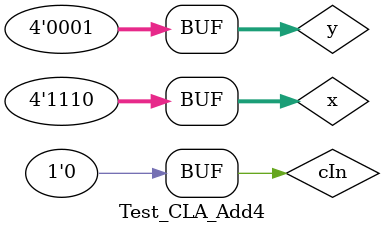
<source format=v>
`include "CLA_Add4.v"

module Test_CLA_Add4;
    reg [3:0] x, y;
    reg cIn;
    wire [3:0] s;
    wire cOut;

    CLA_Add4 f(x, y, cIn, s, cOut);
    

    initial
        begin
        
/*        
            #0
            x = 4'h0;
            y = 4'h0;
            cIn = 1'b0;        
*/       
            
            x = 4'he;
            y = 4'h1;
            cIn = 1'b0;
            
            #4
            
            
    $monitor("\n\nInput:\n\n  x = %H\n  y = %H\n  cIn = %b\n\nOutput:\n\n  s = %H\n\n  cOut = %b\n\n", x, y, cIn, s, cOut);
       
    end
    



endmodule

</source>
